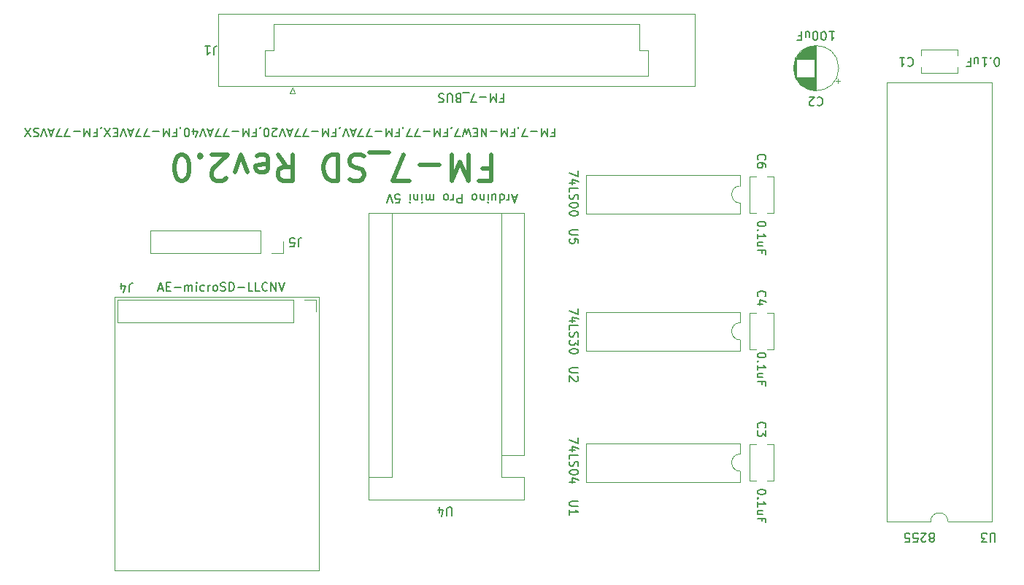
<source format=gto>
G04 #@! TF.GenerationSoftware,KiCad,Pcbnew,(5.1.9)-1*
G04 #@! TF.CreationDate,2023-02-15T09:39:51+09:00*
G04 #@! TF.ProjectId,FM-7_SD,464d2d37-5f53-4442-9e6b-696361645f70,rev?*
G04 #@! TF.SameCoordinates,PX53920b0PY93c3260*
G04 #@! TF.FileFunction,Legend,Top*
G04 #@! TF.FilePolarity,Positive*
%FSLAX46Y46*%
G04 Gerber Fmt 4.6, Leading zero omitted, Abs format (unit mm)*
G04 Created by KiCad (PCBNEW (5.1.9)-1) date 2023-02-15 09:39:51*
%MOMM*%
%LPD*%
G01*
G04 APERTURE LIST*
%ADD10C,0.150000*%
%ADD11C,0.500000*%
%ADD12C,0.120000*%
G04 APERTURE END LIST*
D10*
X63333333Y50928572D02*
X63666666Y50928572D01*
X63666666Y51452381D02*
X63666666Y50452381D01*
X63190476Y50452381D01*
X62809523Y51452381D02*
X62809523Y50452381D01*
X62476190Y51166667D01*
X62142857Y50452381D01*
X62142857Y51452381D01*
X61666666Y51071429D02*
X60904761Y51071429D01*
X60523809Y50452381D02*
X59857142Y50452381D01*
X60285714Y51452381D01*
X59428571Y51404762D02*
X59428571Y51452381D01*
X59476190Y51547620D01*
X59523809Y51595239D01*
X58666666Y50928572D02*
X58999999Y50928572D01*
X58999999Y51452381D02*
X58999999Y50452381D01*
X58523809Y50452381D01*
X58142857Y51452381D02*
X58142857Y50452381D01*
X57809523Y51166667D01*
X57476190Y50452381D01*
X57476190Y51452381D01*
X56999999Y51071429D02*
X56238095Y51071429D01*
X55761904Y51452381D02*
X55761904Y50452381D01*
X55190476Y51452381D01*
X55190476Y50452381D01*
X54714285Y50928572D02*
X54380952Y50928572D01*
X54238095Y51452381D02*
X54714285Y51452381D01*
X54714285Y50452381D01*
X54238095Y50452381D01*
X53904761Y50452381D02*
X53666666Y51452381D01*
X53476190Y50738096D01*
X53285714Y51452381D01*
X53047619Y50452381D01*
X52761904Y50452381D02*
X52095238Y50452381D01*
X52523809Y51452381D01*
X51666666Y51404762D02*
X51666666Y51452381D01*
X51714285Y51547620D01*
X51761904Y51595239D01*
X50904761Y50928572D02*
X51238095Y50928572D01*
X51238095Y51452381D02*
X51238095Y50452381D01*
X50761904Y50452381D01*
X50380952Y51452381D02*
X50380952Y50452381D01*
X50047619Y51166667D01*
X49714285Y50452381D01*
X49714285Y51452381D01*
X49238095Y51071429D02*
X48476190Y51071429D01*
X48095238Y50452381D02*
X47428571Y50452381D01*
X47857142Y51452381D01*
X47142857Y50452381D02*
X46476190Y50452381D01*
X46904761Y51452381D01*
X46047619Y51404762D02*
X46047619Y51452381D01*
X46095238Y51547620D01*
X46142857Y51595239D01*
X45285714Y50928572D02*
X45619047Y50928572D01*
X45619047Y51452381D02*
X45619047Y50452381D01*
X45142857Y50452381D01*
X44761904Y51452381D02*
X44761904Y50452381D01*
X44428571Y51166667D01*
X44095238Y50452381D01*
X44095238Y51452381D01*
X43619047Y51071429D02*
X42857142Y51071429D01*
X42476190Y50452381D02*
X41809523Y50452381D01*
X42238095Y51452381D01*
X41523809Y50452381D02*
X40857142Y50452381D01*
X41285714Y51452381D01*
X40523809Y51166667D02*
X40047619Y51166667D01*
X40619047Y51452381D02*
X40285714Y50452381D01*
X39952380Y51452381D01*
X39761904Y50452381D02*
X39428571Y51452381D01*
X39095238Y50452381D01*
X38714285Y51404762D02*
X38714285Y51452381D01*
X38761904Y51547620D01*
X38809523Y51595239D01*
X37952380Y50928572D02*
X38285714Y50928572D01*
X38285714Y51452381D02*
X38285714Y50452381D01*
X37809523Y50452381D01*
X37428571Y51452381D02*
X37428571Y50452381D01*
X37095238Y51166667D01*
X36761904Y50452381D01*
X36761904Y51452381D01*
X36285714Y51071429D02*
X35523809Y51071429D01*
X35142857Y50452381D02*
X34476190Y50452381D01*
X34904761Y51452381D01*
X34190476Y50452381D02*
X33523809Y50452381D01*
X33952380Y51452381D01*
X33190476Y51166667D02*
X32714285Y51166667D01*
X33285714Y51452381D02*
X32952380Y50452381D01*
X32619047Y51452381D01*
X32428571Y50452381D02*
X32095238Y51452381D01*
X31761904Y50452381D01*
X31476190Y50547620D02*
X31428571Y50500000D01*
X31333333Y50452381D01*
X31095238Y50452381D01*
X30999999Y50500000D01*
X30952380Y50547620D01*
X30904761Y50642858D01*
X30904761Y50738096D01*
X30952380Y50880953D01*
X31523809Y51452381D01*
X30904761Y51452381D01*
X30285714Y50452381D02*
X30190476Y50452381D01*
X30095238Y50500000D01*
X30047619Y50547620D01*
X29999999Y50642858D01*
X29952380Y50833334D01*
X29952380Y51071429D01*
X29999999Y51261905D01*
X30047619Y51357143D01*
X30095238Y51404762D01*
X30190476Y51452381D01*
X30285714Y51452381D01*
X30380952Y51404762D01*
X30428571Y51357143D01*
X30476190Y51261905D01*
X30523809Y51071429D01*
X30523809Y50833334D01*
X30476190Y50642858D01*
X30428571Y50547620D01*
X30380952Y50500000D01*
X30285714Y50452381D01*
X29476190Y51404762D02*
X29476190Y51452381D01*
X29523809Y51547620D01*
X29571428Y51595239D01*
X28714285Y50928572D02*
X29047619Y50928572D01*
X29047619Y51452381D02*
X29047619Y50452381D01*
X28571428Y50452381D01*
X28190476Y51452381D02*
X28190476Y50452381D01*
X27857142Y51166667D01*
X27523809Y50452381D01*
X27523809Y51452381D01*
X27047619Y51071429D02*
X26285714Y51071429D01*
X25904761Y50452381D02*
X25238095Y50452381D01*
X25666666Y51452381D01*
X24952380Y50452381D02*
X24285714Y50452381D01*
X24714285Y51452381D01*
X23952380Y51166667D02*
X23476190Y51166667D01*
X24047619Y51452381D02*
X23714285Y50452381D01*
X23380952Y51452381D01*
X23190476Y50452381D02*
X22857142Y51452381D01*
X22523809Y50452381D01*
X21761904Y50785715D02*
X21761904Y51452381D01*
X21999999Y50404762D02*
X22238095Y51119048D01*
X21619047Y51119048D01*
X21047619Y50452381D02*
X20952380Y50452381D01*
X20857142Y50500000D01*
X20809523Y50547620D01*
X20761904Y50642858D01*
X20714285Y50833334D01*
X20714285Y51071429D01*
X20761904Y51261905D01*
X20809523Y51357143D01*
X20857142Y51404762D01*
X20952380Y51452381D01*
X21047619Y51452381D01*
X21142857Y51404762D01*
X21190476Y51357143D01*
X21238095Y51261905D01*
X21285714Y51071429D01*
X21285714Y50833334D01*
X21238095Y50642858D01*
X21190476Y50547620D01*
X21142857Y50500000D01*
X21047619Y50452381D01*
X20238095Y51404762D02*
X20238095Y51452381D01*
X20285714Y51547620D01*
X20333333Y51595239D01*
X19476190Y50928572D02*
X19809523Y50928572D01*
X19809523Y51452381D02*
X19809523Y50452381D01*
X19333333Y50452381D01*
X18952380Y51452381D02*
X18952380Y50452381D01*
X18619047Y51166667D01*
X18285714Y50452381D01*
X18285714Y51452381D01*
X17809523Y51071429D02*
X17047619Y51071429D01*
X16666666Y50452381D02*
X15999999Y50452381D01*
X16428571Y51452381D01*
X15714285Y50452381D02*
X15047619Y50452381D01*
X15476190Y51452381D01*
X14714285Y51166667D02*
X14238095Y51166667D01*
X14809523Y51452381D02*
X14476190Y50452381D01*
X14142857Y51452381D01*
X13952380Y50452381D02*
X13619047Y51452381D01*
X13285714Y50452381D01*
X12952380Y50928572D02*
X12619047Y50928572D01*
X12476190Y51452381D02*
X12952380Y51452381D01*
X12952380Y50452381D01*
X12476190Y50452381D01*
X12142857Y50452381D02*
X11476190Y51452381D01*
X11476190Y50452381D02*
X12142857Y51452381D01*
X11047619Y51404762D02*
X11047619Y51452381D01*
X11095238Y51547620D01*
X11142857Y51595239D01*
X10285714Y50928572D02*
X10619047Y50928572D01*
X10619047Y51452381D02*
X10619047Y50452381D01*
X10142857Y50452381D01*
X9761904Y51452381D02*
X9761904Y50452381D01*
X9428571Y51166667D01*
X9095238Y50452381D01*
X9095238Y51452381D01*
X8619047Y51071429D02*
X7857142Y51071429D01*
X7476190Y50452381D02*
X6809523Y50452381D01*
X7238095Y51452381D01*
X6523809Y50452381D02*
X5857142Y50452381D01*
X6285714Y51452381D01*
X5523809Y51166667D02*
X5047619Y51166667D01*
X5619047Y51452381D02*
X5285714Y50452381D01*
X4952380Y51452381D01*
X4761904Y50452381D02*
X4428571Y51452381D01*
X4095238Y50452381D01*
X3809523Y51404762D02*
X3666666Y51452381D01*
X3428571Y51452381D01*
X3333333Y51404762D01*
X3285714Y51357143D01*
X3238095Y51261905D01*
X3238095Y51166667D01*
X3285714Y51071429D01*
X3333333Y51023810D01*
X3428571Y50976191D01*
X3619047Y50928572D01*
X3714285Y50880953D01*
X3761904Y50833334D01*
X3809523Y50738096D01*
X3809523Y50642858D01*
X3761904Y50547620D01*
X3714285Y50500000D01*
X3619047Y50452381D01*
X3380952Y50452381D01*
X3238095Y50500000D01*
X2904761Y50452381D02*
X2238095Y51452381D01*
X2238095Y50452381D02*
X2904761Y51452381D01*
D11*
X55285714Y46785715D02*
X56285714Y46785715D01*
X56285714Y48357143D02*
X56285714Y45357143D01*
X54857142Y45357143D01*
X53714285Y48357143D02*
X53714285Y45357143D01*
X52714285Y47500000D01*
X51714285Y45357143D01*
X51714285Y48357143D01*
X50285714Y47214286D02*
X48000000Y47214286D01*
X46857142Y45357143D02*
X44857142Y45357143D01*
X46142857Y48357143D01*
X44428571Y48642858D02*
X42142857Y48642858D01*
X41571428Y48214286D02*
X41142857Y48357143D01*
X40428571Y48357143D01*
X40142857Y48214286D01*
X40000000Y48071429D01*
X39857142Y47785715D01*
X39857142Y47500000D01*
X40000000Y47214286D01*
X40142857Y47071429D01*
X40428571Y46928572D01*
X41000000Y46785715D01*
X41285714Y46642858D01*
X41428571Y46500000D01*
X41571428Y46214286D01*
X41571428Y45928572D01*
X41428571Y45642858D01*
X41285714Y45500000D01*
X41000000Y45357143D01*
X40285714Y45357143D01*
X39857142Y45500000D01*
X38571428Y48357143D02*
X38571428Y45357143D01*
X37857142Y45357143D01*
X37428571Y45500000D01*
X37142857Y45785715D01*
X37000000Y46071429D01*
X36857142Y46642858D01*
X36857142Y47071429D01*
X37000000Y47642858D01*
X37142857Y47928572D01*
X37428571Y48214286D01*
X37857142Y48357143D01*
X38571428Y48357143D01*
X31571428Y48357143D02*
X32571428Y46928572D01*
X33285714Y48357143D02*
X33285714Y45357143D01*
X32142857Y45357143D01*
X31857142Y45500000D01*
X31714285Y45642858D01*
X31571428Y45928572D01*
X31571428Y46357143D01*
X31714285Y46642858D01*
X31857142Y46785715D01*
X32142857Y46928572D01*
X33285714Y46928572D01*
X29142857Y48214286D02*
X29428571Y48357143D01*
X30000000Y48357143D01*
X30285714Y48214286D01*
X30428571Y47928572D01*
X30428571Y46785715D01*
X30285714Y46500000D01*
X30000000Y46357143D01*
X29428571Y46357143D01*
X29142857Y46500000D01*
X29000000Y46785715D01*
X29000000Y47071429D01*
X30428571Y47357143D01*
X28000000Y46357143D02*
X27285714Y48357143D01*
X26571428Y46357143D01*
X25571428Y45642858D02*
X25428571Y45500000D01*
X25142857Y45357143D01*
X24428571Y45357143D01*
X24142857Y45500000D01*
X24000000Y45642858D01*
X23857142Y45928572D01*
X23857142Y46214286D01*
X24000000Y46642858D01*
X25714285Y48357143D01*
X23857142Y48357143D01*
X22571428Y48071429D02*
X22428571Y48214286D01*
X22571428Y48357143D01*
X22714285Y48214286D01*
X22571428Y48071429D01*
X22571428Y48357143D01*
X20571428Y45357143D02*
X20285714Y45357143D01*
X20000000Y45500000D01*
X19857142Y45642858D01*
X19714285Y45928572D01*
X19571428Y46500000D01*
X19571428Y47214286D01*
X19714285Y47785715D01*
X19857142Y48071429D01*
X20000000Y48214286D01*
X20285714Y48357143D01*
X20571428Y48357143D01*
X20857142Y48214286D01*
X21000000Y48071429D01*
X21142857Y47785715D01*
X21285714Y47214286D01*
X21285714Y46500000D01*
X21142857Y45928572D01*
X21000000Y45642858D01*
X20857142Y45500000D01*
X20571428Y45357143D01*
D10*
X57404761Y54928572D02*
X57738095Y54928572D01*
X57738095Y55452381D02*
X57738095Y54452381D01*
X57261904Y54452381D01*
X56880952Y55452381D02*
X56880952Y54452381D01*
X56547619Y55166667D01*
X56214285Y54452381D01*
X56214285Y55452381D01*
X55738095Y55071429D02*
X54976190Y55071429D01*
X54595238Y54452381D02*
X53928571Y54452381D01*
X54357142Y55452381D01*
X53785714Y55547620D02*
X53023809Y55547620D01*
X52452380Y54928572D02*
X52309523Y54976191D01*
X52261904Y55023810D01*
X52214285Y55119048D01*
X52214285Y55261905D01*
X52261904Y55357143D01*
X52309523Y55404762D01*
X52404761Y55452381D01*
X52785714Y55452381D01*
X52785714Y54452381D01*
X52452380Y54452381D01*
X52357142Y54500000D01*
X52309523Y54547620D01*
X52261904Y54642858D01*
X52261904Y54738096D01*
X52309523Y54833334D01*
X52357142Y54880953D01*
X52452380Y54928572D01*
X52785714Y54928572D01*
X51785714Y54452381D02*
X51785714Y55261905D01*
X51738095Y55357143D01*
X51690476Y55404762D01*
X51595238Y55452381D01*
X51404761Y55452381D01*
X51309523Y55404762D01*
X51261904Y55357143D01*
X51214285Y55261905D01*
X51214285Y54452381D01*
X50785714Y55404762D02*
X50642857Y55452381D01*
X50404761Y55452381D01*
X50309523Y55404762D01*
X50261904Y55357143D01*
X50214285Y55261905D01*
X50214285Y55166667D01*
X50261904Y55071429D01*
X50309523Y55023810D01*
X50404761Y54976191D01*
X50595238Y54928572D01*
X50690476Y54880953D01*
X50738095Y54833334D01*
X50785714Y54738096D01*
X50785714Y54642858D01*
X50738095Y54547620D01*
X50690476Y54500000D01*
X50595238Y54452381D01*
X50357142Y54452381D01*
X50214285Y54500000D01*
X59280000Y43506667D02*
X58803809Y43506667D01*
X59375238Y43792381D02*
X59041904Y42792381D01*
X58708571Y43792381D01*
X58375238Y43792381D02*
X58375238Y43125715D01*
X58375238Y43316191D02*
X58327619Y43220953D01*
X58280000Y43173334D01*
X58184761Y43125715D01*
X58089523Y43125715D01*
X57327619Y43792381D02*
X57327619Y42792381D01*
X57327619Y43744762D02*
X57422857Y43792381D01*
X57613333Y43792381D01*
X57708571Y43744762D01*
X57756190Y43697143D01*
X57803809Y43601905D01*
X57803809Y43316191D01*
X57756190Y43220953D01*
X57708571Y43173334D01*
X57613333Y43125715D01*
X57422857Y43125715D01*
X57327619Y43173334D01*
X56422857Y43125715D02*
X56422857Y43792381D01*
X56851428Y43125715D02*
X56851428Y43649524D01*
X56803809Y43744762D01*
X56708571Y43792381D01*
X56565714Y43792381D01*
X56470476Y43744762D01*
X56422857Y43697143D01*
X55946666Y43792381D02*
X55946666Y43125715D01*
X55946666Y42792381D02*
X55994285Y42840000D01*
X55946666Y42887620D01*
X55899047Y42840000D01*
X55946666Y42792381D01*
X55946666Y42887620D01*
X55470476Y43125715D02*
X55470476Y43792381D01*
X55470476Y43220953D02*
X55422857Y43173334D01*
X55327619Y43125715D01*
X55184761Y43125715D01*
X55089523Y43173334D01*
X55041904Y43268572D01*
X55041904Y43792381D01*
X54422857Y43792381D02*
X54518095Y43744762D01*
X54565714Y43697143D01*
X54613333Y43601905D01*
X54613333Y43316191D01*
X54565714Y43220953D01*
X54518095Y43173334D01*
X54422857Y43125715D01*
X54280000Y43125715D01*
X54184761Y43173334D01*
X54137142Y43220953D01*
X54089523Y43316191D01*
X54089523Y43601905D01*
X54137142Y43697143D01*
X54184761Y43744762D01*
X54280000Y43792381D01*
X54422857Y43792381D01*
X52899047Y43792381D02*
X52899047Y42792381D01*
X52518095Y42792381D01*
X52422857Y42840000D01*
X52375238Y42887620D01*
X52327619Y42982858D01*
X52327619Y43125715D01*
X52375238Y43220953D01*
X52422857Y43268572D01*
X52518095Y43316191D01*
X52899047Y43316191D01*
X51899047Y43792381D02*
X51899047Y43125715D01*
X51899047Y43316191D02*
X51851428Y43220953D01*
X51803809Y43173334D01*
X51708571Y43125715D01*
X51613333Y43125715D01*
X51137142Y43792381D02*
X51232380Y43744762D01*
X51280000Y43697143D01*
X51327619Y43601905D01*
X51327619Y43316191D01*
X51280000Y43220953D01*
X51232380Y43173334D01*
X51137142Y43125715D01*
X50994285Y43125715D01*
X50899047Y43173334D01*
X50851428Y43220953D01*
X50803809Y43316191D01*
X50803809Y43601905D01*
X50851428Y43697143D01*
X50899047Y43744762D01*
X50994285Y43792381D01*
X51137142Y43792381D01*
X49613333Y43792381D02*
X49613333Y43125715D01*
X49613333Y43220953D02*
X49565714Y43173334D01*
X49470476Y43125715D01*
X49327619Y43125715D01*
X49232380Y43173334D01*
X49184761Y43268572D01*
X49184761Y43792381D01*
X49184761Y43268572D02*
X49137142Y43173334D01*
X49041904Y43125715D01*
X48899047Y43125715D01*
X48803809Y43173334D01*
X48756190Y43268572D01*
X48756190Y43792381D01*
X48280000Y43792381D02*
X48280000Y43125715D01*
X48280000Y42792381D02*
X48327619Y42840000D01*
X48280000Y42887620D01*
X48232380Y42840000D01*
X48280000Y42792381D01*
X48280000Y42887620D01*
X47803809Y43125715D02*
X47803809Y43792381D01*
X47803809Y43220953D02*
X47756190Y43173334D01*
X47660952Y43125715D01*
X47518095Y43125715D01*
X47422857Y43173334D01*
X47375238Y43268572D01*
X47375238Y43792381D01*
X46899047Y43792381D02*
X46899047Y43125715D01*
X46899047Y42792381D02*
X46946666Y42840000D01*
X46899047Y42887620D01*
X46851428Y42840000D01*
X46899047Y42792381D01*
X46899047Y42887620D01*
X45184761Y42792381D02*
X45660952Y42792381D01*
X45708571Y43268572D01*
X45660952Y43220953D01*
X45565714Y43173334D01*
X45327619Y43173334D01*
X45232380Y43220953D01*
X45184761Y43268572D01*
X45137142Y43363810D01*
X45137142Y43601905D01*
X45184761Y43697143D01*
X45232380Y43744762D01*
X45327619Y43792381D01*
X45565714Y43792381D01*
X45660952Y43744762D01*
X45708571Y43697143D01*
X44851428Y42792381D02*
X44518095Y43792381D01*
X44184761Y42792381D01*
X107523809Y3880953D02*
X107619047Y3833334D01*
X107666666Y3785715D01*
X107714285Y3690477D01*
X107714285Y3642858D01*
X107666666Y3547620D01*
X107619047Y3500000D01*
X107523809Y3452381D01*
X107333333Y3452381D01*
X107238095Y3500000D01*
X107190476Y3547620D01*
X107142857Y3642858D01*
X107142857Y3690477D01*
X107190476Y3785715D01*
X107238095Y3833334D01*
X107333333Y3880953D01*
X107523809Y3880953D01*
X107619047Y3928572D01*
X107666666Y3976191D01*
X107714285Y4071429D01*
X107714285Y4261905D01*
X107666666Y4357143D01*
X107619047Y4404762D01*
X107523809Y4452381D01*
X107333333Y4452381D01*
X107238095Y4404762D01*
X107190476Y4357143D01*
X107142857Y4261905D01*
X107142857Y4071429D01*
X107190476Y3976191D01*
X107238095Y3928572D01*
X107333333Y3880953D01*
X106761904Y3547620D02*
X106714285Y3500000D01*
X106619047Y3452381D01*
X106380952Y3452381D01*
X106285714Y3500000D01*
X106238095Y3547620D01*
X106190476Y3642858D01*
X106190476Y3738096D01*
X106238095Y3880953D01*
X106809523Y4452381D01*
X106190476Y4452381D01*
X105285714Y3452381D02*
X105761904Y3452381D01*
X105809523Y3928572D01*
X105761904Y3880953D01*
X105666666Y3833334D01*
X105428571Y3833334D01*
X105333333Y3880953D01*
X105285714Y3928572D01*
X105238095Y4023810D01*
X105238095Y4261905D01*
X105285714Y4357143D01*
X105333333Y4404762D01*
X105428571Y4452381D01*
X105666666Y4452381D01*
X105761904Y4404762D01*
X105809523Y4357143D01*
X104333333Y3452381D02*
X104809523Y3452381D01*
X104857142Y3928572D01*
X104809523Y3880953D01*
X104714285Y3833334D01*
X104476190Y3833334D01*
X104380952Y3880953D01*
X104333333Y3928572D01*
X104285714Y4023810D01*
X104285714Y4261905D01*
X104333333Y4357143D01*
X104380952Y4404762D01*
X104476190Y4452381D01*
X104714285Y4452381D01*
X104809523Y4404762D01*
X104857142Y4357143D01*
X95527619Y62682381D02*
X96099047Y62682381D01*
X95813333Y62682381D02*
X95813333Y61682381D01*
X95908571Y61825239D01*
X96003809Y61920477D01*
X96099047Y61968096D01*
X94908571Y61682381D02*
X94813333Y61682381D01*
X94718095Y61730000D01*
X94670476Y61777620D01*
X94622857Y61872858D01*
X94575238Y62063334D01*
X94575238Y62301429D01*
X94622857Y62491905D01*
X94670476Y62587143D01*
X94718095Y62634762D01*
X94813333Y62682381D01*
X94908571Y62682381D01*
X95003809Y62634762D01*
X95051428Y62587143D01*
X95099047Y62491905D01*
X95146666Y62301429D01*
X95146666Y62063334D01*
X95099047Y61872858D01*
X95051428Y61777620D01*
X95003809Y61730000D01*
X94908571Y61682381D01*
X93956190Y61682381D02*
X93860952Y61682381D01*
X93765714Y61730000D01*
X93718095Y61777620D01*
X93670476Y61872858D01*
X93622857Y62063334D01*
X93622857Y62301429D01*
X93670476Y62491905D01*
X93718095Y62587143D01*
X93765714Y62634762D01*
X93860952Y62682381D01*
X93956190Y62682381D01*
X94051428Y62634762D01*
X94099047Y62587143D01*
X94146666Y62491905D01*
X94194285Y62301429D01*
X94194285Y62063334D01*
X94146666Y61872858D01*
X94099047Y61777620D01*
X94051428Y61730000D01*
X93956190Y61682381D01*
X92765714Y62015715D02*
X92765714Y62682381D01*
X93194285Y62015715D02*
X93194285Y62539524D01*
X93146666Y62634762D01*
X93051428Y62682381D01*
X92908571Y62682381D01*
X92813333Y62634762D01*
X92765714Y62587143D01*
X91956190Y62158572D02*
X92289523Y62158572D01*
X92289523Y62682381D02*
X92289523Y61682381D01*
X91813333Y61682381D01*
X115017857Y58652381D02*
X114922619Y58652381D01*
X114827380Y58700000D01*
X114779761Y58747620D01*
X114732142Y58842858D01*
X114684523Y59033334D01*
X114684523Y59271429D01*
X114732142Y59461905D01*
X114779761Y59557143D01*
X114827380Y59604762D01*
X114922619Y59652381D01*
X115017857Y59652381D01*
X115113095Y59604762D01*
X115160714Y59557143D01*
X115208333Y59461905D01*
X115255952Y59271429D01*
X115255952Y59033334D01*
X115208333Y58842858D01*
X115160714Y58747620D01*
X115113095Y58700000D01*
X115017857Y58652381D01*
X114255952Y59557143D02*
X114208333Y59604762D01*
X114255952Y59652381D01*
X114303571Y59604762D01*
X114255952Y59557143D01*
X114255952Y59652381D01*
X113255952Y59652381D02*
X113827380Y59652381D01*
X113541666Y59652381D02*
X113541666Y58652381D01*
X113636904Y58795239D01*
X113732142Y58890477D01*
X113827380Y58938096D01*
X112398809Y58985715D02*
X112398809Y59652381D01*
X112827380Y58985715D02*
X112827380Y59509524D01*
X112779761Y59604762D01*
X112684523Y59652381D01*
X112541666Y59652381D01*
X112446428Y59604762D01*
X112398809Y59557143D01*
X111589285Y59128572D02*
X111922619Y59128572D01*
X111922619Y59652381D02*
X111922619Y58652381D01*
X111446428Y58652381D01*
X66407619Y15522858D02*
X66407619Y14856191D01*
X65407619Y15284762D01*
X66074285Y14046667D02*
X65407619Y14046667D01*
X66455238Y14284762D02*
X65740952Y14522858D01*
X65740952Y13903810D01*
X65407619Y13046667D02*
X65407619Y13522858D01*
X66407619Y13522858D01*
X65455238Y12760953D02*
X65407619Y12618096D01*
X65407619Y12380000D01*
X65455238Y12284762D01*
X65502857Y12237143D01*
X65598095Y12189524D01*
X65693333Y12189524D01*
X65788571Y12237143D01*
X65836190Y12284762D01*
X65883809Y12380000D01*
X65931428Y12570477D01*
X65979047Y12665715D01*
X66026666Y12713334D01*
X66121904Y12760953D01*
X66217142Y12760953D01*
X66312380Y12713334D01*
X66360000Y12665715D01*
X66407619Y12570477D01*
X66407619Y12332381D01*
X66360000Y12189524D01*
X66407619Y11570477D02*
X66407619Y11475239D01*
X66360000Y11380000D01*
X66312380Y11332381D01*
X66217142Y11284762D01*
X66026666Y11237143D01*
X65788571Y11237143D01*
X65598095Y11284762D01*
X65502857Y11332381D01*
X65455238Y11380000D01*
X65407619Y11475239D01*
X65407619Y11570477D01*
X65455238Y11665715D01*
X65502857Y11713334D01*
X65598095Y11760953D01*
X65788571Y11808572D01*
X66026666Y11808572D01*
X66217142Y11760953D01*
X66312380Y11713334D01*
X66360000Y11665715D01*
X66407619Y11570477D01*
X66074285Y10380000D02*
X65407619Y10380000D01*
X66455238Y10618096D02*
X65740952Y10856191D01*
X65740952Y10237143D01*
X88177619Y9262858D02*
X88177619Y9167620D01*
X88130000Y9072381D01*
X88082380Y9024762D01*
X87987142Y8977143D01*
X87796666Y8929524D01*
X87558571Y8929524D01*
X87368095Y8977143D01*
X87272857Y9024762D01*
X87225238Y9072381D01*
X87177619Y9167620D01*
X87177619Y9262858D01*
X87225238Y9358096D01*
X87272857Y9405715D01*
X87368095Y9453334D01*
X87558571Y9500953D01*
X87796666Y9500953D01*
X87987142Y9453334D01*
X88082380Y9405715D01*
X88130000Y9358096D01*
X88177619Y9262858D01*
X87272857Y8500953D02*
X87225238Y8453334D01*
X87177619Y8500953D01*
X87225238Y8548572D01*
X87272857Y8500953D01*
X87177619Y8500953D01*
X87177619Y7500953D02*
X87177619Y8072381D01*
X87177619Y7786667D02*
X88177619Y7786667D01*
X88034761Y7881905D01*
X87939523Y7977143D01*
X87891904Y8072381D01*
X87844285Y6643810D02*
X87177619Y6643810D01*
X87844285Y7072381D02*
X87320476Y7072381D01*
X87225238Y7024762D01*
X87177619Y6929524D01*
X87177619Y6786667D01*
X87225238Y6691429D01*
X87272857Y6643810D01*
X87701428Y5834286D02*
X87701428Y6167620D01*
X87177619Y6167620D02*
X88177619Y6167620D01*
X88177619Y5691429D01*
X66407619Y30522858D02*
X66407619Y29856191D01*
X65407619Y30284762D01*
X66074285Y29046667D02*
X65407619Y29046667D01*
X66455238Y29284762D02*
X65740952Y29522858D01*
X65740952Y28903810D01*
X65407619Y28046667D02*
X65407619Y28522858D01*
X66407619Y28522858D01*
X65455238Y27760953D02*
X65407619Y27618096D01*
X65407619Y27380000D01*
X65455238Y27284762D01*
X65502857Y27237143D01*
X65598095Y27189524D01*
X65693333Y27189524D01*
X65788571Y27237143D01*
X65836190Y27284762D01*
X65883809Y27380000D01*
X65931428Y27570477D01*
X65979047Y27665715D01*
X66026666Y27713334D01*
X66121904Y27760953D01*
X66217142Y27760953D01*
X66312380Y27713334D01*
X66360000Y27665715D01*
X66407619Y27570477D01*
X66407619Y27332381D01*
X66360000Y27189524D01*
X66407619Y26856191D02*
X66407619Y26237143D01*
X66026666Y26570477D01*
X66026666Y26427620D01*
X65979047Y26332381D01*
X65931428Y26284762D01*
X65836190Y26237143D01*
X65598095Y26237143D01*
X65502857Y26284762D01*
X65455238Y26332381D01*
X65407619Y26427620D01*
X65407619Y26713334D01*
X65455238Y26808572D01*
X65502857Y26856191D01*
X66407619Y25618096D02*
X66407619Y25522858D01*
X66360000Y25427620D01*
X66312380Y25380000D01*
X66217142Y25332381D01*
X66026666Y25284762D01*
X65788571Y25284762D01*
X65598095Y25332381D01*
X65502857Y25380000D01*
X65455238Y25427620D01*
X65407619Y25522858D01*
X65407619Y25618096D01*
X65455238Y25713334D01*
X65502857Y25760953D01*
X65598095Y25808572D01*
X65788571Y25856191D01*
X66026666Y25856191D01*
X66217142Y25808572D01*
X66312380Y25760953D01*
X66360000Y25713334D01*
X66407619Y25618096D01*
X88177619Y25137858D02*
X88177619Y25042620D01*
X88130000Y24947381D01*
X88082380Y24899762D01*
X87987142Y24852143D01*
X87796666Y24804524D01*
X87558571Y24804524D01*
X87368095Y24852143D01*
X87272857Y24899762D01*
X87225238Y24947381D01*
X87177619Y25042620D01*
X87177619Y25137858D01*
X87225238Y25233096D01*
X87272857Y25280715D01*
X87368095Y25328334D01*
X87558571Y25375953D01*
X87796666Y25375953D01*
X87987142Y25328334D01*
X88082380Y25280715D01*
X88130000Y25233096D01*
X88177619Y25137858D01*
X87272857Y24375953D02*
X87225238Y24328334D01*
X87177619Y24375953D01*
X87225238Y24423572D01*
X87272857Y24375953D01*
X87177619Y24375953D01*
X87177619Y23375953D02*
X87177619Y23947381D01*
X87177619Y23661667D02*
X88177619Y23661667D01*
X88034761Y23756905D01*
X87939523Y23852143D01*
X87891904Y23947381D01*
X87844285Y22518810D02*
X87177619Y22518810D01*
X87844285Y22947381D02*
X87320476Y22947381D01*
X87225238Y22899762D01*
X87177619Y22804524D01*
X87177619Y22661667D01*
X87225238Y22566429D01*
X87272857Y22518810D01*
X87701428Y21709286D02*
X87701428Y22042620D01*
X87177619Y22042620D02*
X88177619Y22042620D01*
X88177619Y21566429D01*
X66407619Y46522858D02*
X66407619Y45856191D01*
X65407619Y46284762D01*
X66074285Y45046667D02*
X65407619Y45046667D01*
X66455238Y45284762D02*
X65740952Y45522858D01*
X65740952Y44903810D01*
X65407619Y44046667D02*
X65407619Y44522858D01*
X66407619Y44522858D01*
X65455238Y43760953D02*
X65407619Y43618096D01*
X65407619Y43380000D01*
X65455238Y43284762D01*
X65502857Y43237143D01*
X65598095Y43189524D01*
X65693333Y43189524D01*
X65788571Y43237143D01*
X65836190Y43284762D01*
X65883809Y43380000D01*
X65931428Y43570477D01*
X65979047Y43665715D01*
X66026666Y43713334D01*
X66121904Y43760953D01*
X66217142Y43760953D01*
X66312380Y43713334D01*
X66360000Y43665715D01*
X66407619Y43570477D01*
X66407619Y43332381D01*
X66360000Y43189524D01*
X66407619Y42570477D02*
X66407619Y42475239D01*
X66360000Y42380000D01*
X66312380Y42332381D01*
X66217142Y42284762D01*
X66026666Y42237143D01*
X65788571Y42237143D01*
X65598095Y42284762D01*
X65502857Y42332381D01*
X65455238Y42380000D01*
X65407619Y42475239D01*
X65407619Y42570477D01*
X65455238Y42665715D01*
X65502857Y42713334D01*
X65598095Y42760953D01*
X65788571Y42808572D01*
X66026666Y42808572D01*
X66217142Y42760953D01*
X66312380Y42713334D01*
X66360000Y42665715D01*
X66407619Y42570477D01*
X66407619Y41618096D02*
X66407619Y41522858D01*
X66360000Y41427620D01*
X66312380Y41380000D01*
X66217142Y41332381D01*
X66026666Y41284762D01*
X65788571Y41284762D01*
X65598095Y41332381D01*
X65502857Y41380000D01*
X65455238Y41427620D01*
X65407619Y41522858D01*
X65407619Y41618096D01*
X65455238Y41713334D01*
X65502857Y41760953D01*
X65598095Y41808572D01*
X65788571Y41856191D01*
X66026666Y41856191D01*
X66217142Y41808572D01*
X66312380Y41760953D01*
X66360000Y41713334D01*
X66407619Y41618096D01*
X88177619Y40377858D02*
X88177619Y40282620D01*
X88130000Y40187381D01*
X88082380Y40139762D01*
X87987142Y40092143D01*
X87796666Y40044524D01*
X87558571Y40044524D01*
X87368095Y40092143D01*
X87272857Y40139762D01*
X87225238Y40187381D01*
X87177619Y40282620D01*
X87177619Y40377858D01*
X87225238Y40473096D01*
X87272857Y40520715D01*
X87368095Y40568334D01*
X87558571Y40615953D01*
X87796666Y40615953D01*
X87987142Y40568334D01*
X88082380Y40520715D01*
X88130000Y40473096D01*
X88177619Y40377858D01*
X87272857Y39615953D02*
X87225238Y39568334D01*
X87177619Y39615953D01*
X87225238Y39663572D01*
X87272857Y39615953D01*
X87177619Y39615953D01*
X87177619Y38615953D02*
X87177619Y39187381D01*
X87177619Y38901667D02*
X88177619Y38901667D01*
X88034761Y38996905D01*
X87939523Y39092143D01*
X87891904Y39187381D01*
X87844285Y37758810D02*
X87177619Y37758810D01*
X87844285Y38187381D02*
X87320476Y38187381D01*
X87225238Y38139762D01*
X87177619Y38044524D01*
X87177619Y37901667D01*
X87225238Y37806429D01*
X87272857Y37758810D01*
X87701428Y36949286D02*
X87701428Y37282620D01*
X87177619Y37282620D02*
X88177619Y37282620D01*
X88177619Y36806429D01*
D12*
X106155000Y60570000D02*
X110395000Y60570000D01*
X106155000Y57830000D02*
X110395000Y57830000D01*
X106155000Y60570000D02*
X106155000Y59865000D01*
X106155000Y58535000D02*
X106155000Y57830000D01*
X110395000Y60570000D02*
X110395000Y59865000D01*
X110395000Y58535000D02*
X110395000Y57830000D01*
X96620000Y58420000D02*
G75*
G03*
X96620000Y58420000I-2620000J0D01*
G01*
X94000000Y55840000D02*
X94000000Y61000000D01*
X93960000Y55840000D02*
X93960000Y61000000D01*
X93920000Y55841000D02*
X93920000Y60999000D01*
X93880000Y55842000D02*
X93880000Y60998000D01*
X93840000Y55844000D02*
X93840000Y60996000D01*
X93800000Y55847000D02*
X93800000Y60993000D01*
X93760000Y55851000D02*
X93760000Y57380000D01*
X93760000Y59460000D02*
X93760000Y60989000D01*
X93720000Y55855000D02*
X93720000Y57380000D01*
X93720000Y59460000D02*
X93720000Y60985000D01*
X93680000Y55859000D02*
X93680000Y57380000D01*
X93680000Y59460000D02*
X93680000Y60981000D01*
X93640000Y55864000D02*
X93640000Y57380000D01*
X93640000Y59460000D02*
X93640000Y60976000D01*
X93600000Y55870000D02*
X93600000Y57380000D01*
X93600000Y59460000D02*
X93600000Y60970000D01*
X93560000Y55877000D02*
X93560000Y57380000D01*
X93560000Y59460000D02*
X93560000Y60963000D01*
X93520000Y55884000D02*
X93520000Y57380000D01*
X93520000Y59460000D02*
X93520000Y60956000D01*
X93480000Y55892000D02*
X93480000Y57380000D01*
X93480000Y59460000D02*
X93480000Y60948000D01*
X93440000Y55900000D02*
X93440000Y57380000D01*
X93440000Y59460000D02*
X93440000Y60940000D01*
X93400000Y55909000D02*
X93400000Y57380000D01*
X93400000Y59460000D02*
X93400000Y60931000D01*
X93360000Y55919000D02*
X93360000Y57380000D01*
X93360000Y59460000D02*
X93360000Y60921000D01*
X93320000Y55929000D02*
X93320000Y57380000D01*
X93320000Y59460000D02*
X93320000Y60911000D01*
X93279000Y55940000D02*
X93279000Y57380000D01*
X93279000Y59460000D02*
X93279000Y60900000D01*
X93239000Y55952000D02*
X93239000Y57380000D01*
X93239000Y59460000D02*
X93239000Y60888000D01*
X93199000Y55965000D02*
X93199000Y57380000D01*
X93199000Y59460000D02*
X93199000Y60875000D01*
X93159000Y55978000D02*
X93159000Y57380000D01*
X93159000Y59460000D02*
X93159000Y60862000D01*
X93119000Y55992000D02*
X93119000Y57380000D01*
X93119000Y59460000D02*
X93119000Y60848000D01*
X93079000Y56006000D02*
X93079000Y57380000D01*
X93079000Y59460000D02*
X93079000Y60834000D01*
X93039000Y56022000D02*
X93039000Y57380000D01*
X93039000Y59460000D02*
X93039000Y60818000D01*
X92999000Y56038000D02*
X92999000Y57380000D01*
X92999000Y59460000D02*
X92999000Y60802000D01*
X92959000Y56055000D02*
X92959000Y57380000D01*
X92959000Y59460000D02*
X92959000Y60785000D01*
X92919000Y56072000D02*
X92919000Y57380000D01*
X92919000Y59460000D02*
X92919000Y60768000D01*
X92879000Y56091000D02*
X92879000Y57380000D01*
X92879000Y59460000D02*
X92879000Y60749000D01*
X92839000Y56110000D02*
X92839000Y57380000D01*
X92839000Y59460000D02*
X92839000Y60730000D01*
X92799000Y56130000D02*
X92799000Y57380000D01*
X92799000Y59460000D02*
X92799000Y60710000D01*
X92759000Y56152000D02*
X92759000Y57380000D01*
X92759000Y59460000D02*
X92759000Y60688000D01*
X92719000Y56173000D02*
X92719000Y57380000D01*
X92719000Y59460000D02*
X92719000Y60667000D01*
X92679000Y56196000D02*
X92679000Y57380000D01*
X92679000Y59460000D02*
X92679000Y60644000D01*
X92639000Y56220000D02*
X92639000Y57380000D01*
X92639000Y59460000D02*
X92639000Y60620000D01*
X92599000Y56245000D02*
X92599000Y57380000D01*
X92599000Y59460000D02*
X92599000Y60595000D01*
X92559000Y56271000D02*
X92559000Y57380000D01*
X92559000Y59460000D02*
X92559000Y60569000D01*
X92519000Y56298000D02*
X92519000Y57380000D01*
X92519000Y59460000D02*
X92519000Y60542000D01*
X92479000Y56325000D02*
X92479000Y57380000D01*
X92479000Y59460000D02*
X92479000Y60515000D01*
X92439000Y56355000D02*
X92439000Y57380000D01*
X92439000Y59460000D02*
X92439000Y60485000D01*
X92399000Y56385000D02*
X92399000Y57380000D01*
X92399000Y59460000D02*
X92399000Y60455000D01*
X92359000Y56416000D02*
X92359000Y57380000D01*
X92359000Y59460000D02*
X92359000Y60424000D01*
X92319000Y56449000D02*
X92319000Y57380000D01*
X92319000Y59460000D02*
X92319000Y60391000D01*
X92279000Y56483000D02*
X92279000Y57380000D01*
X92279000Y59460000D02*
X92279000Y60357000D01*
X92239000Y56519000D02*
X92239000Y57380000D01*
X92239000Y59460000D02*
X92239000Y60321000D01*
X92199000Y56556000D02*
X92199000Y57380000D01*
X92199000Y59460000D02*
X92199000Y60284000D01*
X92159000Y56594000D02*
X92159000Y57380000D01*
X92159000Y59460000D02*
X92159000Y60246000D01*
X92119000Y56635000D02*
X92119000Y57380000D01*
X92119000Y59460000D02*
X92119000Y60205000D01*
X92079000Y56677000D02*
X92079000Y57380000D01*
X92079000Y59460000D02*
X92079000Y60163000D01*
X92039000Y56721000D02*
X92039000Y57380000D01*
X92039000Y59460000D02*
X92039000Y60119000D01*
X91999000Y56767000D02*
X91999000Y57380000D01*
X91999000Y59460000D02*
X91999000Y60073000D01*
X91959000Y56815000D02*
X91959000Y57380000D01*
X91959000Y59460000D02*
X91959000Y60025000D01*
X91919000Y56866000D02*
X91919000Y57380000D01*
X91919000Y59460000D02*
X91919000Y59974000D01*
X91879000Y56920000D02*
X91879000Y57380000D01*
X91879000Y59460000D02*
X91879000Y59920000D01*
X91839000Y56977000D02*
X91839000Y57380000D01*
X91839000Y59460000D02*
X91839000Y59863000D01*
X91799000Y57037000D02*
X91799000Y57380000D01*
X91799000Y59460000D02*
X91799000Y59803000D01*
X91759000Y57101000D02*
X91759000Y57380000D01*
X91759000Y59460000D02*
X91759000Y59739000D01*
X91719000Y57169000D02*
X91719000Y57380000D01*
X91719000Y59460000D02*
X91719000Y59671000D01*
X91679000Y57242000D02*
X91679000Y59598000D01*
X91639000Y57322000D02*
X91639000Y59518000D01*
X91599000Y57409000D02*
X91599000Y59431000D01*
X91559000Y57505000D02*
X91559000Y59335000D01*
X91519000Y57615000D02*
X91519000Y59225000D01*
X91479000Y57743000D02*
X91479000Y59097000D01*
X91439000Y57902000D02*
X91439000Y58938000D01*
X91399000Y58136000D02*
X91399000Y58704000D01*
X96804775Y56945000D02*
X96304775Y56945000D01*
X96554775Y56695000D02*
X96554775Y57195000D01*
X88360000Y14735000D02*
X89065000Y14735000D01*
X86325000Y14735000D02*
X87030000Y14735000D01*
X88360000Y10495000D02*
X89065000Y10495000D01*
X86325000Y10495000D02*
X87030000Y10495000D01*
X89065000Y10495000D02*
X89065000Y14735000D01*
X86325000Y10495000D02*
X86325000Y14735000D01*
X86325000Y25735000D02*
X86325000Y29975000D01*
X89065000Y25735000D02*
X89065000Y29975000D01*
X86325000Y25735000D02*
X87030000Y25735000D01*
X88360000Y25735000D02*
X89065000Y25735000D01*
X86325000Y29975000D02*
X87030000Y29975000D01*
X88360000Y29975000D02*
X89065000Y29975000D01*
X86325000Y41610000D02*
X86325000Y45850000D01*
X89065000Y41610000D02*
X89065000Y45850000D01*
X86325000Y41610000D02*
X87030000Y41610000D01*
X88360000Y41610000D02*
X89065000Y41610000D01*
X86325000Y45850000D02*
X87030000Y45850000D01*
X88360000Y45850000D02*
X89065000Y45850000D01*
X12985000Y31531000D02*
X12985000Y28871000D01*
X33365000Y31531000D02*
X12985000Y31531000D01*
X33365000Y28871000D02*
X12985000Y28871000D01*
X33365000Y31531000D02*
X33365000Y28871000D01*
X34635000Y31531000D02*
X35965000Y31531000D01*
X35965000Y31531000D02*
X35965000Y30201000D01*
X12615000Y31901000D02*
X12615000Y101000D01*
X12615000Y101000D02*
X36315000Y101000D01*
X36315000Y101000D02*
X36315000Y31901000D01*
X36315000Y31901000D02*
X12615000Y31901000D01*
X29555000Y39590000D02*
X29555000Y36930000D01*
X29555000Y39590000D02*
X16795000Y39590000D01*
X16795000Y39590000D02*
X16795000Y36930000D01*
X29555000Y36930000D02*
X16795000Y36930000D01*
X32155000Y36930000D02*
X30825000Y36930000D01*
X32155000Y38260000D02*
X32155000Y36930000D01*
X85215000Y13635000D02*
X85215000Y14885000D01*
X85215000Y14885000D02*
X67315000Y14885000D01*
X67315000Y14885000D02*
X67315000Y10385000D01*
X67315000Y10385000D02*
X85215000Y10385000D01*
X85215000Y10385000D02*
X85215000Y11635000D01*
X85215000Y11635000D02*
G75*
G02*
X85215000Y13635000I0J1000000D01*
G01*
X85215000Y25625000D02*
X85215000Y26875000D01*
X67315000Y25625000D02*
X85215000Y25625000D01*
X67315000Y30125000D02*
X67315000Y25625000D01*
X85215000Y30125000D02*
X67315000Y30125000D01*
X85215000Y28875000D02*
X85215000Y30125000D01*
X85215000Y26875000D02*
G75*
G02*
X85215000Y28875000I0J1000000D01*
G01*
X109295000Y5800000D02*
X114355000Y5800000D01*
X114355000Y5800000D02*
X114355000Y56720000D01*
X114355000Y56720000D02*
X102235000Y56720000D01*
X102235000Y56720000D02*
X102235000Y5800000D01*
X102235000Y5800000D02*
X107295000Y5800000D01*
X107295000Y5800000D02*
G75*
G02*
X109295000Y5800000I1000000J0D01*
G01*
X57495000Y13495000D02*
X57495000Y10955000D01*
X57495000Y10955000D02*
X60162000Y10955000D01*
X60162000Y13495000D02*
X60162000Y41562000D01*
X60162000Y8288000D02*
X60162000Y10955000D01*
X44795000Y10955000D02*
X42125000Y10955000D01*
X44795000Y10955000D02*
X44795000Y41562000D01*
X60162000Y41562000D02*
X42125000Y41562000D01*
X57495000Y13495000D02*
X60162000Y13495000D01*
X57495000Y13495000D02*
X57495000Y41562000D01*
X42128000Y41562000D02*
X42128000Y8288000D01*
X42128000Y8288000D02*
X60162000Y8288000D01*
X85215000Y41500000D02*
X85215000Y42750000D01*
X67315000Y41500000D02*
X85215000Y41500000D01*
X67315000Y46000000D02*
X67315000Y41500000D01*
X85215000Y46000000D02*
X67315000Y46000000D01*
X85215000Y44750000D02*
X85215000Y46000000D01*
X85215000Y42750000D02*
G75*
G02*
X85215000Y44750000I0J1000000D01*
G01*
X74500000Y57520000D02*
X30100000Y57520000D01*
X74500000Y60520000D02*
X74500000Y57520000D01*
X73500000Y60520000D02*
X74500000Y60520000D01*
X73500000Y63520000D02*
X73500000Y60520000D01*
X31100000Y63520000D02*
X73500000Y63520000D01*
X31100000Y60520000D02*
X31100000Y63520000D01*
X30100000Y60520000D02*
X31100000Y60520000D01*
X30100000Y57520000D02*
X30100000Y60520000D01*
X33550000Y55490000D02*
X33250000Y56170000D01*
X32950000Y55490000D02*
X33550000Y55490000D01*
X33250000Y56170000D02*
X32950000Y55490000D01*
X79910000Y56360000D02*
X24690000Y56360000D01*
X79910000Y64680000D02*
X79910000Y56360000D01*
X24690000Y64680000D02*
X79910000Y64680000D01*
X24690000Y56360000D02*
X24690000Y64680000D01*
D10*
X104651666Y59557143D02*
X104699285Y59604762D01*
X104842142Y59652381D01*
X104937380Y59652381D01*
X105080238Y59604762D01*
X105175476Y59509524D01*
X105223095Y59414286D01*
X105270714Y59223810D01*
X105270714Y59080953D01*
X105223095Y58890477D01*
X105175476Y58795239D01*
X105080238Y58700000D01*
X104937380Y58652381D01*
X104842142Y58652381D01*
X104699285Y58700000D01*
X104651666Y58747620D01*
X103699285Y59652381D02*
X104270714Y59652381D01*
X103985000Y59652381D02*
X103985000Y58652381D01*
X104080238Y58795239D01*
X104175476Y58890477D01*
X104270714Y58938096D01*
X94146666Y54967143D02*
X94194285Y55014762D01*
X94337142Y55062381D01*
X94432380Y55062381D01*
X94575238Y55014762D01*
X94670476Y54919524D01*
X94718095Y54824286D01*
X94765714Y54633810D01*
X94765714Y54490953D01*
X94718095Y54300477D01*
X94670476Y54205239D01*
X94575238Y54110000D01*
X94432380Y54062381D01*
X94337142Y54062381D01*
X94194285Y54110000D01*
X94146666Y54157620D01*
X93765714Y54157620D02*
X93718095Y54110000D01*
X93622857Y54062381D01*
X93384761Y54062381D01*
X93289523Y54110000D01*
X93241904Y54157620D01*
X93194285Y54252858D01*
X93194285Y54348096D01*
X93241904Y54490953D01*
X93813333Y55062381D01*
X93194285Y55062381D01*
X87272857Y16676667D02*
X87225238Y16724286D01*
X87177619Y16867143D01*
X87177619Y16962381D01*
X87225238Y17105239D01*
X87320476Y17200477D01*
X87415714Y17248096D01*
X87606190Y17295715D01*
X87749047Y17295715D01*
X87939523Y17248096D01*
X88034761Y17200477D01*
X88130000Y17105239D01*
X88177619Y16962381D01*
X88177619Y16867143D01*
X88130000Y16724286D01*
X88082380Y16676667D01*
X88177619Y16343334D02*
X88177619Y15724286D01*
X87796666Y16057620D01*
X87796666Y15914762D01*
X87749047Y15819524D01*
X87701428Y15771905D01*
X87606190Y15724286D01*
X87368095Y15724286D01*
X87272857Y15771905D01*
X87225238Y15819524D01*
X87177619Y15914762D01*
X87177619Y16200477D01*
X87225238Y16295715D01*
X87272857Y16343334D01*
X87272857Y31916667D02*
X87225238Y31964286D01*
X87177619Y32107143D01*
X87177619Y32202381D01*
X87225238Y32345239D01*
X87320476Y32440477D01*
X87415714Y32488096D01*
X87606190Y32535715D01*
X87749047Y32535715D01*
X87939523Y32488096D01*
X88034761Y32440477D01*
X88130000Y32345239D01*
X88177619Y32202381D01*
X88177619Y32107143D01*
X88130000Y31964286D01*
X88082380Y31916667D01*
X87844285Y31059524D02*
X87177619Y31059524D01*
X88225238Y31297620D02*
X87510952Y31535715D01*
X87510952Y30916667D01*
X87272857Y47791667D02*
X87225238Y47839286D01*
X87177619Y47982143D01*
X87177619Y48077381D01*
X87225238Y48220239D01*
X87320476Y48315477D01*
X87415714Y48363096D01*
X87606190Y48410715D01*
X87749047Y48410715D01*
X87939523Y48363096D01*
X88034761Y48315477D01*
X88130000Y48220239D01*
X88177619Y48077381D01*
X88177619Y47982143D01*
X88130000Y47839286D01*
X88082380Y47791667D01*
X88177619Y46934524D02*
X88177619Y47125000D01*
X88130000Y47220239D01*
X88082380Y47267858D01*
X87939523Y47363096D01*
X87749047Y47410715D01*
X87368095Y47410715D01*
X87272857Y47363096D01*
X87225238Y47315477D01*
X87177619Y47220239D01*
X87177619Y47029762D01*
X87225238Y46934524D01*
X87272857Y46886905D01*
X87368095Y46839286D01*
X87606190Y46839286D01*
X87701428Y46886905D01*
X87749047Y46934524D01*
X87796666Y47029762D01*
X87796666Y47220239D01*
X87749047Y47315477D01*
X87701428Y47363096D01*
X87606190Y47410715D01*
X14333333Y32452381D02*
X14333333Y33166667D01*
X14380952Y33309524D01*
X14476190Y33404762D01*
X14619047Y33452381D01*
X14714285Y33452381D01*
X13428571Y32785715D02*
X13428571Y33452381D01*
X13666666Y32404762D02*
X13904761Y33119048D01*
X13285714Y33119048D01*
X17738095Y32833334D02*
X18214285Y32833334D01*
X17642857Y32547620D02*
X17976190Y33547620D01*
X18309523Y32547620D01*
X18642857Y33071429D02*
X18976190Y33071429D01*
X19119047Y32547620D02*
X18642857Y32547620D01*
X18642857Y33547620D01*
X19119047Y33547620D01*
X19547619Y32928572D02*
X20309523Y32928572D01*
X20785714Y32547620D02*
X20785714Y33214286D01*
X20785714Y33119048D02*
X20833333Y33166667D01*
X20928571Y33214286D01*
X21071428Y33214286D01*
X21166666Y33166667D01*
X21214285Y33071429D01*
X21214285Y32547620D01*
X21214285Y33071429D02*
X21261904Y33166667D01*
X21357142Y33214286D01*
X21500000Y33214286D01*
X21595238Y33166667D01*
X21642857Y33071429D01*
X21642857Y32547620D01*
X22119047Y32547620D02*
X22119047Y33214286D01*
X22119047Y33547620D02*
X22071428Y33500000D01*
X22119047Y33452381D01*
X22166666Y33500000D01*
X22119047Y33547620D01*
X22119047Y33452381D01*
X23023809Y32595239D02*
X22928571Y32547620D01*
X22738095Y32547620D01*
X22642857Y32595239D01*
X22595238Y32642858D01*
X22547619Y32738096D01*
X22547619Y33023810D01*
X22595238Y33119048D01*
X22642857Y33166667D01*
X22738095Y33214286D01*
X22928571Y33214286D01*
X23023809Y33166667D01*
X23452380Y32547620D02*
X23452380Y33214286D01*
X23452380Y33023810D02*
X23500000Y33119048D01*
X23547619Y33166667D01*
X23642857Y33214286D01*
X23738095Y33214286D01*
X24214285Y32547620D02*
X24119047Y32595239D01*
X24071428Y32642858D01*
X24023809Y32738096D01*
X24023809Y33023810D01*
X24071428Y33119048D01*
X24119047Y33166667D01*
X24214285Y33214286D01*
X24357142Y33214286D01*
X24452380Y33166667D01*
X24500000Y33119048D01*
X24547619Y33023810D01*
X24547619Y32738096D01*
X24500000Y32642858D01*
X24452380Y32595239D01*
X24357142Y32547620D01*
X24214285Y32547620D01*
X24928571Y32595239D02*
X25071428Y32547620D01*
X25309523Y32547620D01*
X25404761Y32595239D01*
X25452380Y32642858D01*
X25500000Y32738096D01*
X25500000Y32833334D01*
X25452380Y32928572D01*
X25404761Y32976191D01*
X25309523Y33023810D01*
X25119047Y33071429D01*
X25023809Y33119048D01*
X24976190Y33166667D01*
X24928571Y33261905D01*
X24928571Y33357143D01*
X24976190Y33452381D01*
X25023809Y33500000D01*
X25119047Y33547620D01*
X25357142Y33547620D01*
X25500000Y33500000D01*
X25928571Y32547620D02*
X25928571Y33547620D01*
X26166666Y33547620D01*
X26309523Y33500000D01*
X26404761Y33404762D01*
X26452380Y33309524D01*
X26500000Y33119048D01*
X26500000Y32976191D01*
X26452380Y32785715D01*
X26404761Y32690477D01*
X26309523Y32595239D01*
X26166666Y32547620D01*
X25928571Y32547620D01*
X26928571Y32928572D02*
X27690476Y32928572D01*
X28642857Y32547620D02*
X28166666Y32547620D01*
X28166666Y33547620D01*
X29452380Y32547620D02*
X28976190Y32547620D01*
X28976190Y33547620D01*
X30357142Y32642858D02*
X30309523Y32595239D01*
X30166666Y32547620D01*
X30071428Y32547620D01*
X29928571Y32595239D01*
X29833333Y32690477D01*
X29785714Y32785715D01*
X29738095Y32976191D01*
X29738095Y33119048D01*
X29785714Y33309524D01*
X29833333Y33404762D01*
X29928571Y33500000D01*
X30071428Y33547620D01*
X30166666Y33547620D01*
X30309523Y33500000D01*
X30357142Y33452381D01*
X30785714Y32547620D02*
X30785714Y33547620D01*
X31357142Y32547620D01*
X31357142Y33547620D01*
X31690476Y33547620D02*
X32023809Y32547620D01*
X32357142Y33547620D01*
X33928333Y37712381D02*
X33928333Y38426667D01*
X33975952Y38569524D01*
X34071190Y38664762D01*
X34214047Y38712381D01*
X34309285Y38712381D01*
X32975952Y37712381D02*
X33452142Y37712381D01*
X33499761Y38188572D01*
X33452142Y38140953D01*
X33356904Y38093334D01*
X33118809Y38093334D01*
X33023571Y38140953D01*
X32975952Y38188572D01*
X32928333Y38283810D01*
X32928333Y38521905D01*
X32975952Y38617143D01*
X33023571Y38664762D01*
X33118809Y38712381D01*
X33356904Y38712381D01*
X33452142Y38664762D01*
X33499761Y38617143D01*
X66407619Y8141905D02*
X65598095Y8141905D01*
X65502857Y8094286D01*
X65455238Y8046667D01*
X65407619Y7951429D01*
X65407619Y7760953D01*
X65455238Y7665715D01*
X65502857Y7618096D01*
X65598095Y7570477D01*
X66407619Y7570477D01*
X65407619Y6570477D02*
X65407619Y7141905D01*
X65407619Y6856191D02*
X66407619Y6856191D01*
X66264761Y6951429D01*
X66169523Y7046667D01*
X66121904Y7141905D01*
X66407619Y23641905D02*
X65598095Y23641905D01*
X65502857Y23594286D01*
X65455238Y23546667D01*
X65407619Y23451429D01*
X65407619Y23260953D01*
X65455238Y23165715D01*
X65502857Y23118096D01*
X65598095Y23070477D01*
X66407619Y23070477D01*
X66312380Y22641905D02*
X66360000Y22594286D01*
X66407619Y22499048D01*
X66407619Y22260953D01*
X66360000Y22165715D01*
X66312380Y22118096D01*
X66217142Y22070477D01*
X66121904Y22070477D01*
X65979047Y22118096D01*
X65407619Y22689524D01*
X65407619Y22070477D01*
X114761904Y3452381D02*
X114761904Y4261905D01*
X114714285Y4357143D01*
X114666666Y4404762D01*
X114571428Y4452381D01*
X114380952Y4452381D01*
X114285714Y4404762D01*
X114238095Y4357143D01*
X114190476Y4261905D01*
X114190476Y3452381D01*
X113809523Y3452381D02*
X113190476Y3452381D01*
X113523809Y3833334D01*
X113380952Y3833334D01*
X113285714Y3880953D01*
X113238095Y3928572D01*
X113190476Y4023810D01*
X113190476Y4261905D01*
X113238095Y4357143D01*
X113285714Y4404762D01*
X113380952Y4452381D01*
X113666666Y4452381D01*
X113761904Y4404762D01*
X113809523Y4357143D01*
X51761904Y6452381D02*
X51761904Y7261905D01*
X51714285Y7357143D01*
X51666666Y7404762D01*
X51571428Y7452381D01*
X51380952Y7452381D01*
X51285714Y7404762D01*
X51238095Y7357143D01*
X51190476Y7261905D01*
X51190476Y6452381D01*
X50285714Y6785715D02*
X50285714Y7452381D01*
X50523809Y6404762D02*
X50761904Y7119048D01*
X50142857Y7119048D01*
X66407619Y39641905D02*
X65598095Y39641905D01*
X65502857Y39594286D01*
X65455238Y39546667D01*
X65407619Y39451429D01*
X65407619Y39260953D01*
X65455238Y39165715D01*
X65502857Y39118096D01*
X65598095Y39070477D01*
X66407619Y39070477D01*
X66407619Y38118096D02*
X66407619Y38594286D01*
X65931428Y38641905D01*
X65979047Y38594286D01*
X66026666Y38499048D01*
X66026666Y38260953D01*
X65979047Y38165715D01*
X65931428Y38118096D01*
X65836190Y38070477D01*
X65598095Y38070477D01*
X65502857Y38118096D01*
X65455238Y38165715D01*
X65407619Y38260953D01*
X65407619Y38499048D01*
X65455238Y38594286D01*
X65502857Y38641905D01*
X24133333Y59972381D02*
X24133333Y60686667D01*
X24180952Y60829524D01*
X24276190Y60924762D01*
X24419047Y60972381D01*
X24514285Y60972381D01*
X23133333Y60972381D02*
X23704761Y60972381D01*
X23419047Y60972381D02*
X23419047Y59972381D01*
X23514285Y60115239D01*
X23609523Y60210477D01*
X23704761Y60258096D01*
M02*

</source>
